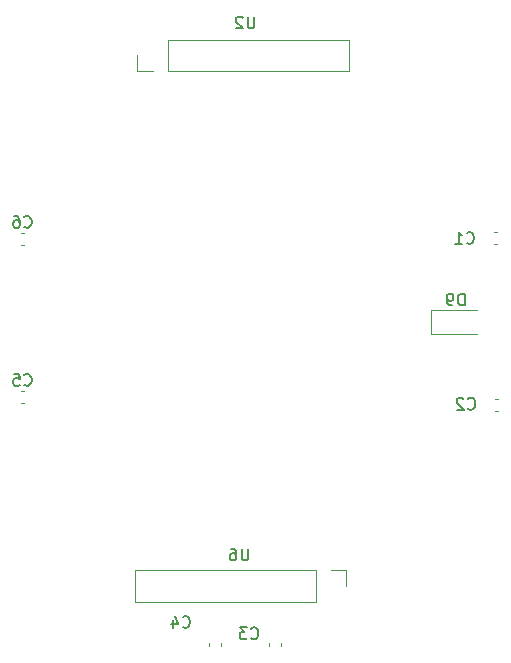
<source format=gbr>
%TF.GenerationSoftware,KiCad,Pcbnew,8.0.8-8.0.8-0~ubuntu24.04.1*%
%TF.CreationDate,2025-07-02T11:23:48+09:00*%
%TF.ProjectId,multicopter2,6d756c74-6963-46f7-9074-6572322e6b69,rev?*%
%TF.SameCoordinates,Original*%
%TF.FileFunction,Legend,Bot*%
%TF.FilePolarity,Positive*%
%FSLAX46Y46*%
G04 Gerber Fmt 4.6, Leading zero omitted, Abs format (unit mm)*
G04 Created by KiCad (PCBNEW 8.0.8-8.0.8-0~ubuntu24.04.1) date 2025-07-02 11:23:48*
%MOMM*%
%LPD*%
G01*
G04 APERTURE LIST*
%ADD10C,0.150000*%
%ADD11C,0.120000*%
G04 APERTURE END LIST*
D10*
X118926666Y-92989580D02*
X118974285Y-93037200D01*
X118974285Y-93037200D02*
X119117142Y-93084819D01*
X119117142Y-93084819D02*
X119212380Y-93084819D01*
X119212380Y-93084819D02*
X119355237Y-93037200D01*
X119355237Y-93037200D02*
X119450475Y-92941961D01*
X119450475Y-92941961D02*
X119498094Y-92846723D01*
X119498094Y-92846723D02*
X119545713Y-92656247D01*
X119545713Y-92656247D02*
X119545713Y-92513390D01*
X119545713Y-92513390D02*
X119498094Y-92322914D01*
X119498094Y-92322914D02*
X119450475Y-92227676D01*
X119450475Y-92227676D02*
X119355237Y-92132438D01*
X119355237Y-92132438D02*
X119212380Y-92084819D01*
X119212380Y-92084819D02*
X119117142Y-92084819D01*
X119117142Y-92084819D02*
X118974285Y-92132438D01*
X118974285Y-92132438D02*
X118926666Y-92180057D01*
X117974285Y-93084819D02*
X118545713Y-93084819D01*
X118259999Y-93084819D02*
X118259999Y-92084819D01*
X118259999Y-92084819D02*
X118355237Y-92227676D01*
X118355237Y-92227676D02*
X118450475Y-92322914D01*
X118450475Y-92322914D02*
X118545713Y-92370533D01*
X100656666Y-126469580D02*
X100704285Y-126517200D01*
X100704285Y-126517200D02*
X100847142Y-126564819D01*
X100847142Y-126564819D02*
X100942380Y-126564819D01*
X100942380Y-126564819D02*
X101085237Y-126517200D01*
X101085237Y-126517200D02*
X101180475Y-126421961D01*
X101180475Y-126421961D02*
X101228094Y-126326723D01*
X101228094Y-126326723D02*
X101275713Y-126136247D01*
X101275713Y-126136247D02*
X101275713Y-125993390D01*
X101275713Y-125993390D02*
X101228094Y-125802914D01*
X101228094Y-125802914D02*
X101180475Y-125707676D01*
X101180475Y-125707676D02*
X101085237Y-125612438D01*
X101085237Y-125612438D02*
X100942380Y-125564819D01*
X100942380Y-125564819D02*
X100847142Y-125564819D01*
X100847142Y-125564819D02*
X100704285Y-125612438D01*
X100704285Y-125612438D02*
X100656666Y-125660057D01*
X100323332Y-125564819D02*
X99704285Y-125564819D01*
X99704285Y-125564819D02*
X100037618Y-125945771D01*
X100037618Y-125945771D02*
X99894761Y-125945771D01*
X99894761Y-125945771D02*
X99799523Y-125993390D01*
X99799523Y-125993390D02*
X99751904Y-126041009D01*
X99751904Y-126041009D02*
X99704285Y-126136247D01*
X99704285Y-126136247D02*
X99704285Y-126374342D01*
X99704285Y-126374342D02*
X99751904Y-126469580D01*
X99751904Y-126469580D02*
X99799523Y-126517200D01*
X99799523Y-126517200D02*
X99894761Y-126564819D01*
X99894761Y-126564819D02*
X100180475Y-126564819D01*
X100180475Y-126564819D02*
X100275713Y-126517200D01*
X100275713Y-126517200D02*
X100323332Y-126469580D01*
X119021666Y-107029580D02*
X119069285Y-107077200D01*
X119069285Y-107077200D02*
X119212142Y-107124819D01*
X119212142Y-107124819D02*
X119307380Y-107124819D01*
X119307380Y-107124819D02*
X119450237Y-107077200D01*
X119450237Y-107077200D02*
X119545475Y-106981961D01*
X119545475Y-106981961D02*
X119593094Y-106886723D01*
X119593094Y-106886723D02*
X119640713Y-106696247D01*
X119640713Y-106696247D02*
X119640713Y-106553390D01*
X119640713Y-106553390D02*
X119593094Y-106362914D01*
X119593094Y-106362914D02*
X119545475Y-106267676D01*
X119545475Y-106267676D02*
X119450237Y-106172438D01*
X119450237Y-106172438D02*
X119307380Y-106124819D01*
X119307380Y-106124819D02*
X119212142Y-106124819D01*
X119212142Y-106124819D02*
X119069285Y-106172438D01*
X119069285Y-106172438D02*
X119021666Y-106220057D01*
X118640713Y-106220057D02*
X118593094Y-106172438D01*
X118593094Y-106172438D02*
X118497856Y-106124819D01*
X118497856Y-106124819D02*
X118259761Y-106124819D01*
X118259761Y-106124819D02*
X118164523Y-106172438D01*
X118164523Y-106172438D02*
X118116904Y-106220057D01*
X118116904Y-106220057D02*
X118069285Y-106315295D01*
X118069285Y-106315295D02*
X118069285Y-106410533D01*
X118069285Y-106410533D02*
X118116904Y-106553390D01*
X118116904Y-106553390D02*
X118688332Y-107124819D01*
X118688332Y-107124819D02*
X118069285Y-107124819D01*
X100431904Y-118894819D02*
X100431904Y-119704342D01*
X100431904Y-119704342D02*
X100384285Y-119799580D01*
X100384285Y-119799580D02*
X100336666Y-119847200D01*
X100336666Y-119847200D02*
X100241428Y-119894819D01*
X100241428Y-119894819D02*
X100050952Y-119894819D01*
X100050952Y-119894819D02*
X99955714Y-119847200D01*
X99955714Y-119847200D02*
X99908095Y-119799580D01*
X99908095Y-119799580D02*
X99860476Y-119704342D01*
X99860476Y-119704342D02*
X99860476Y-118894819D01*
X98955714Y-118894819D02*
X99146190Y-118894819D01*
X99146190Y-118894819D02*
X99241428Y-118942438D01*
X99241428Y-118942438D02*
X99289047Y-118990057D01*
X99289047Y-118990057D02*
X99384285Y-119132914D01*
X99384285Y-119132914D02*
X99431904Y-119323390D01*
X99431904Y-119323390D02*
X99431904Y-119704342D01*
X99431904Y-119704342D02*
X99384285Y-119799580D01*
X99384285Y-119799580D02*
X99336666Y-119847200D01*
X99336666Y-119847200D02*
X99241428Y-119894819D01*
X99241428Y-119894819D02*
X99050952Y-119894819D01*
X99050952Y-119894819D02*
X98955714Y-119847200D01*
X98955714Y-119847200D02*
X98908095Y-119799580D01*
X98908095Y-119799580D02*
X98860476Y-119704342D01*
X98860476Y-119704342D02*
X98860476Y-119466247D01*
X98860476Y-119466247D02*
X98908095Y-119371009D01*
X98908095Y-119371009D02*
X98955714Y-119323390D01*
X98955714Y-119323390D02*
X99050952Y-119275771D01*
X99050952Y-119275771D02*
X99241428Y-119275771D01*
X99241428Y-119275771D02*
X99336666Y-119323390D01*
X99336666Y-119323390D02*
X99384285Y-119371009D01*
X99384285Y-119371009D02*
X99431904Y-119466247D01*
X94876666Y-125509580D02*
X94924285Y-125557200D01*
X94924285Y-125557200D02*
X95067142Y-125604819D01*
X95067142Y-125604819D02*
X95162380Y-125604819D01*
X95162380Y-125604819D02*
X95305237Y-125557200D01*
X95305237Y-125557200D02*
X95400475Y-125461961D01*
X95400475Y-125461961D02*
X95448094Y-125366723D01*
X95448094Y-125366723D02*
X95495713Y-125176247D01*
X95495713Y-125176247D02*
X95495713Y-125033390D01*
X95495713Y-125033390D02*
X95448094Y-124842914D01*
X95448094Y-124842914D02*
X95400475Y-124747676D01*
X95400475Y-124747676D02*
X95305237Y-124652438D01*
X95305237Y-124652438D02*
X95162380Y-124604819D01*
X95162380Y-124604819D02*
X95067142Y-124604819D01*
X95067142Y-124604819D02*
X94924285Y-124652438D01*
X94924285Y-124652438D02*
X94876666Y-124700057D01*
X94019523Y-124938152D02*
X94019523Y-125604819D01*
X94257618Y-124557200D02*
X94495713Y-125271485D01*
X94495713Y-125271485D02*
X93876666Y-125271485D01*
X100951904Y-73854819D02*
X100951904Y-74664342D01*
X100951904Y-74664342D02*
X100904285Y-74759580D01*
X100904285Y-74759580D02*
X100856666Y-74807200D01*
X100856666Y-74807200D02*
X100761428Y-74854819D01*
X100761428Y-74854819D02*
X100570952Y-74854819D01*
X100570952Y-74854819D02*
X100475714Y-74807200D01*
X100475714Y-74807200D02*
X100428095Y-74759580D01*
X100428095Y-74759580D02*
X100380476Y-74664342D01*
X100380476Y-74664342D02*
X100380476Y-73854819D01*
X99951904Y-73950057D02*
X99904285Y-73902438D01*
X99904285Y-73902438D02*
X99809047Y-73854819D01*
X99809047Y-73854819D02*
X99570952Y-73854819D01*
X99570952Y-73854819D02*
X99475714Y-73902438D01*
X99475714Y-73902438D02*
X99428095Y-73950057D01*
X99428095Y-73950057D02*
X99380476Y-74045295D01*
X99380476Y-74045295D02*
X99380476Y-74140533D01*
X99380476Y-74140533D02*
X99428095Y-74283390D01*
X99428095Y-74283390D02*
X99999523Y-74854819D01*
X99999523Y-74854819D02*
X99380476Y-74854819D01*
X81466666Y-104999580D02*
X81514285Y-105047200D01*
X81514285Y-105047200D02*
X81657142Y-105094819D01*
X81657142Y-105094819D02*
X81752380Y-105094819D01*
X81752380Y-105094819D02*
X81895237Y-105047200D01*
X81895237Y-105047200D02*
X81990475Y-104951961D01*
X81990475Y-104951961D02*
X82038094Y-104856723D01*
X82038094Y-104856723D02*
X82085713Y-104666247D01*
X82085713Y-104666247D02*
X82085713Y-104523390D01*
X82085713Y-104523390D02*
X82038094Y-104332914D01*
X82038094Y-104332914D02*
X81990475Y-104237676D01*
X81990475Y-104237676D02*
X81895237Y-104142438D01*
X81895237Y-104142438D02*
X81752380Y-104094819D01*
X81752380Y-104094819D02*
X81657142Y-104094819D01*
X81657142Y-104094819D02*
X81514285Y-104142438D01*
X81514285Y-104142438D02*
X81466666Y-104190057D01*
X80561904Y-104094819D02*
X81038094Y-104094819D01*
X81038094Y-104094819D02*
X81085713Y-104571009D01*
X81085713Y-104571009D02*
X81038094Y-104523390D01*
X81038094Y-104523390D02*
X80942856Y-104475771D01*
X80942856Y-104475771D02*
X80704761Y-104475771D01*
X80704761Y-104475771D02*
X80609523Y-104523390D01*
X80609523Y-104523390D02*
X80561904Y-104571009D01*
X80561904Y-104571009D02*
X80514285Y-104666247D01*
X80514285Y-104666247D02*
X80514285Y-104904342D01*
X80514285Y-104904342D02*
X80561904Y-104999580D01*
X80561904Y-104999580D02*
X80609523Y-105047200D01*
X80609523Y-105047200D02*
X80704761Y-105094819D01*
X80704761Y-105094819D02*
X80942856Y-105094819D01*
X80942856Y-105094819D02*
X81038094Y-105047200D01*
X81038094Y-105047200D02*
X81085713Y-104999580D01*
X118741094Y-98294819D02*
X118741094Y-97294819D01*
X118741094Y-97294819D02*
X118502999Y-97294819D01*
X118502999Y-97294819D02*
X118360142Y-97342438D01*
X118360142Y-97342438D02*
X118264904Y-97437676D01*
X118264904Y-97437676D02*
X118217285Y-97532914D01*
X118217285Y-97532914D02*
X118169666Y-97723390D01*
X118169666Y-97723390D02*
X118169666Y-97866247D01*
X118169666Y-97866247D02*
X118217285Y-98056723D01*
X118217285Y-98056723D02*
X118264904Y-98151961D01*
X118264904Y-98151961D02*
X118360142Y-98247200D01*
X118360142Y-98247200D02*
X118502999Y-98294819D01*
X118502999Y-98294819D02*
X118741094Y-98294819D01*
X117693475Y-98294819D02*
X117502999Y-98294819D01*
X117502999Y-98294819D02*
X117407761Y-98247200D01*
X117407761Y-98247200D02*
X117360142Y-98199580D01*
X117360142Y-98199580D02*
X117264904Y-98056723D01*
X117264904Y-98056723D02*
X117217285Y-97866247D01*
X117217285Y-97866247D02*
X117217285Y-97485295D01*
X117217285Y-97485295D02*
X117264904Y-97390057D01*
X117264904Y-97390057D02*
X117312523Y-97342438D01*
X117312523Y-97342438D02*
X117407761Y-97294819D01*
X117407761Y-97294819D02*
X117598237Y-97294819D01*
X117598237Y-97294819D02*
X117693475Y-97342438D01*
X117693475Y-97342438D02*
X117741094Y-97390057D01*
X117741094Y-97390057D02*
X117788713Y-97485295D01*
X117788713Y-97485295D02*
X117788713Y-97723390D01*
X117788713Y-97723390D02*
X117741094Y-97818628D01*
X117741094Y-97818628D02*
X117693475Y-97866247D01*
X117693475Y-97866247D02*
X117598237Y-97913866D01*
X117598237Y-97913866D02*
X117407761Y-97913866D01*
X117407761Y-97913866D02*
X117312523Y-97866247D01*
X117312523Y-97866247D02*
X117264904Y-97818628D01*
X117264904Y-97818628D02*
X117217285Y-97723390D01*
X81466666Y-91629580D02*
X81514285Y-91677200D01*
X81514285Y-91677200D02*
X81657142Y-91724819D01*
X81657142Y-91724819D02*
X81752380Y-91724819D01*
X81752380Y-91724819D02*
X81895237Y-91677200D01*
X81895237Y-91677200D02*
X81990475Y-91581961D01*
X81990475Y-91581961D02*
X82038094Y-91486723D01*
X82038094Y-91486723D02*
X82085713Y-91296247D01*
X82085713Y-91296247D02*
X82085713Y-91153390D01*
X82085713Y-91153390D02*
X82038094Y-90962914D01*
X82038094Y-90962914D02*
X81990475Y-90867676D01*
X81990475Y-90867676D02*
X81895237Y-90772438D01*
X81895237Y-90772438D02*
X81752380Y-90724819D01*
X81752380Y-90724819D02*
X81657142Y-90724819D01*
X81657142Y-90724819D02*
X81514285Y-90772438D01*
X81514285Y-90772438D02*
X81466666Y-90820057D01*
X80609523Y-90724819D02*
X80799999Y-90724819D01*
X80799999Y-90724819D02*
X80895237Y-90772438D01*
X80895237Y-90772438D02*
X80942856Y-90820057D01*
X80942856Y-90820057D02*
X81038094Y-90962914D01*
X81038094Y-90962914D02*
X81085713Y-91153390D01*
X81085713Y-91153390D02*
X81085713Y-91534342D01*
X81085713Y-91534342D02*
X81038094Y-91629580D01*
X81038094Y-91629580D02*
X80990475Y-91677200D01*
X80990475Y-91677200D02*
X80895237Y-91724819D01*
X80895237Y-91724819D02*
X80704761Y-91724819D01*
X80704761Y-91724819D02*
X80609523Y-91677200D01*
X80609523Y-91677200D02*
X80561904Y-91629580D01*
X80561904Y-91629580D02*
X80514285Y-91534342D01*
X80514285Y-91534342D02*
X80514285Y-91296247D01*
X80514285Y-91296247D02*
X80561904Y-91201009D01*
X80561904Y-91201009D02*
X80609523Y-91153390D01*
X80609523Y-91153390D02*
X80704761Y-91105771D01*
X80704761Y-91105771D02*
X80895237Y-91105771D01*
X80895237Y-91105771D02*
X80990475Y-91153390D01*
X80990475Y-91153390D02*
X81038094Y-91201009D01*
X81038094Y-91201009D02*
X81085713Y-91296247D01*
D11*
%TO.C,C1*%
X121229420Y-92070000D02*
X121510580Y-92070000D01*
X121229420Y-93090000D02*
X121510580Y-93090000D01*
%TO.C,C3*%
X102160000Y-126899420D02*
X102160000Y-127180580D01*
X103180000Y-126899420D02*
X103180000Y-127180580D01*
%TO.C,C2*%
X121289420Y-106200000D02*
X121570580Y-106200000D01*
X121289420Y-107220000D02*
X121570580Y-107220000D01*
%TO.C,U6*%
X90830000Y-120730000D02*
X90830000Y-123390000D01*
X90830000Y-120730000D02*
X106130000Y-120730000D01*
X90830000Y-123390000D02*
X106130000Y-123390000D01*
X106130000Y-120730000D02*
X106130000Y-123390000D01*
X107400000Y-120730000D02*
X108730000Y-120730000D01*
X108730000Y-120730000D02*
X108730000Y-122060000D01*
%TO.C,C4*%
X97070000Y-126896920D02*
X97070000Y-127178080D01*
X98090000Y-126896920D02*
X98090000Y-127178080D01*
%TO.C,U2*%
X91040000Y-78450000D02*
X91040000Y-77120000D01*
X92370000Y-78450000D02*
X91040000Y-78450000D01*
X93640000Y-78450000D02*
X93640000Y-75790000D01*
X108940000Y-75790000D02*
X93640000Y-75790000D01*
X108940000Y-78450000D02*
X93640000Y-78450000D01*
X108940000Y-78450000D02*
X108940000Y-75790000D01*
%TO.C,C5*%
X81465580Y-105560000D02*
X81184420Y-105560000D01*
X81465580Y-106580000D02*
X81184420Y-106580000D01*
%TO.C,D9*%
X115920000Y-98700000D02*
X115920000Y-100700000D01*
X119780000Y-98700000D02*
X115920000Y-98700000D01*
X119780000Y-100700000D02*
X115920000Y-100700000D01*
%TO.C,C6*%
X81480580Y-92160000D02*
X81199420Y-92160000D01*
X81480580Y-93180000D02*
X81199420Y-93180000D01*
%TD*%
M02*

</source>
